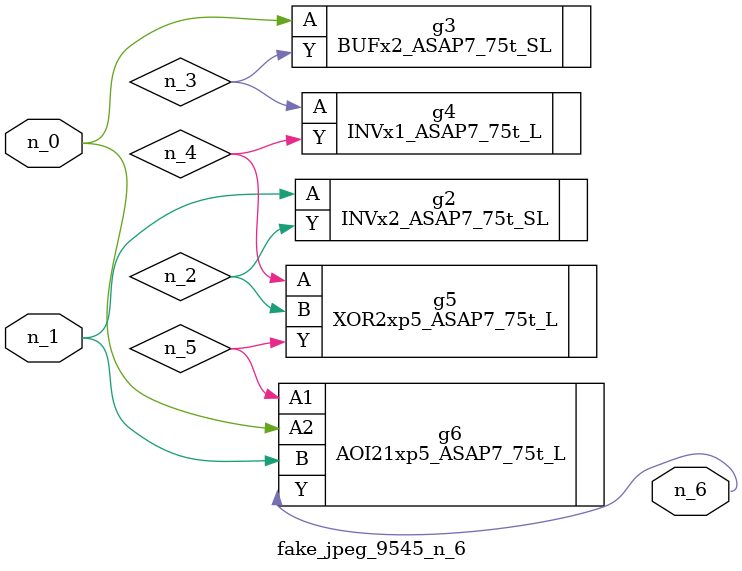
<source format=v>
module fake_jpeg_9545_n_6 (n_0, n_1, n_6);

input n_0;
input n_1;

output n_6;

wire n_2;
wire n_3;
wire n_4;
wire n_5;

INVx2_ASAP7_75t_SL g2 ( 
.A(n_1),
.Y(n_2)
);

BUFx2_ASAP7_75t_SL g3 ( 
.A(n_0),
.Y(n_3)
);

INVx1_ASAP7_75t_L g4 ( 
.A(n_3),
.Y(n_4)
);

XOR2xp5_ASAP7_75t_L g5 ( 
.A(n_4),
.B(n_2),
.Y(n_5)
);

AOI21xp5_ASAP7_75t_L g6 ( 
.A1(n_5),
.A2(n_0),
.B(n_1),
.Y(n_6)
);


endmodule
</source>
